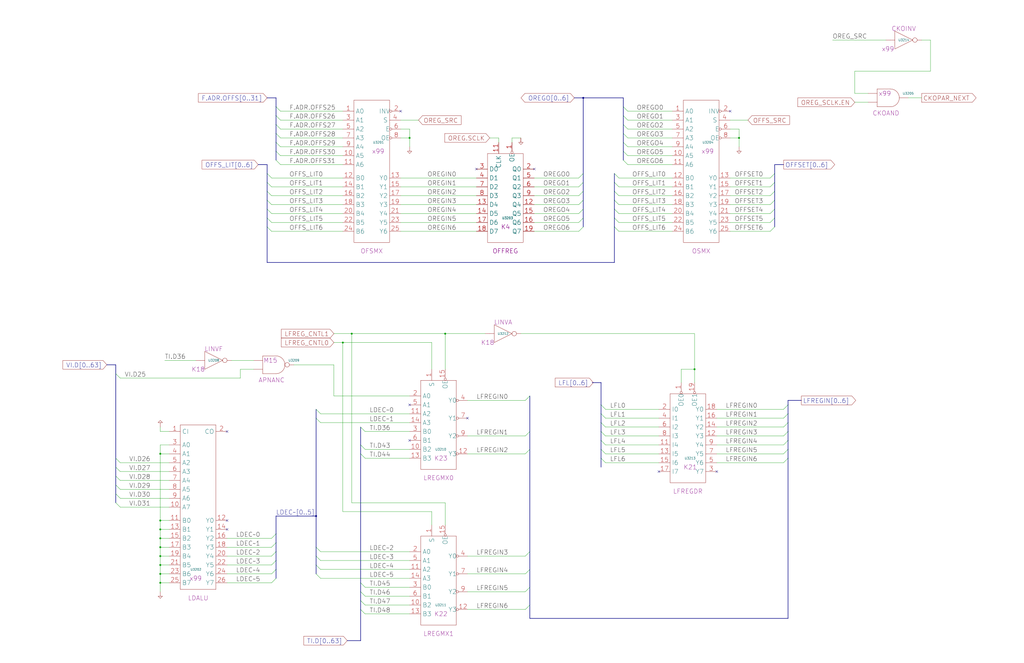
<source format=kicad_sch>
(kicad_sch (version 20211123) (generator eeschema)
  (paper "User" 584.2 378.46)
  (title_block (title "FIU FIELD PARAMETERS") (date "20-MAR-90") (rev "1.0") (comment 1 "FIU") (comment 2 "232-003065") (comment 3 "S400") (comment 4 "RELEASED"))
  (lib_symbols
    (symbol "r1000:F00" (pin_numbers hide) (pin_names hide)
      (property "Reference" "U" (at 15.24 0 0))
      (property "Value" "F00" (at 1.905 -5.08 0))
      (property "Location" "___" (at 1.905 0 0))
      (property "Name" "______" (at 2.54 -12.7 0))
      (symbol "F00_0_1"
        (polyline (pts (xy -2.54 -7.62) (xy 5.08 -7.62)) (stroke (width 0.1524)))
        (polyline (pts (xy -2.54 2.54) (xy -2.54 -7.62)) (stroke (width 0.1524)))
        (polyline (pts (xy -2.54 2.54) (xy 5.08 2.54)) (stroke (width 0.1524)))
        (arc (start 5.08 -7.62) (mid 10.1282 -2.54) (end 5.08 2.54) (stroke (width 0.1524)))
        (circle (center 11.43 -2.54) (radius 1.27) (stroke (width 0.1524)))
      )
      (symbol "F00_0_2"
        (circle (center -3.81 -5.08) (radius 1.27) (stroke (width 0.1524)))
        (circle (center -3.81 0) (radius 1.27) (stroke (width 0.1524)))
        (arc (start -3.175 -7.62) (mid -2.134 -2.54) (end -3.175 2.54) (stroke (width 0.1524)))
        (polyline (pts (xy -3.175 -7.62) (xy 3.81 -7.62)) (stroke (width 0.1524)))
        (polyline (pts (xy -3.175 2.54) (xy 3.81 2.54)) (stroke (width 0.1524)))
        (arc (start 3.81 -7.62) (mid 7.5855 -5.8306) (end 10.16 -2.54) (stroke (width 0.1524)))
        (arc (start 10.16 -2.54) (mid 7.5827 0.7471) (end 3.81 2.54) (stroke (width 0.1524)))
      )
      (symbol "F00_1_1"
        (pin input line (at -7.62 0 0) (length 5.08) (name "D0") (number "1"))
        (pin input line (at -7.62 -5.08 0) (length 5.08) (name "D1") (number "2"))
        (pin output line (at 15.24 -2.54 180) (length 2.54) (name "Q") (number "3"))
      )
      (symbol "F00_1_2"
        (pin input line (at -7.62 0 0) (length 2.54) (name "D0") (number "1"))
        (pin input line (at -7.62 -5.08 0) (length 2.54) (name "D1") (number "2"))
        (pin output line (at 15.24 -2.54 180) (length 5.08) (name "Q") (number "3"))
      )
    )
    (symbol "r1000:F04" (pin_numbers hide) (pin_names hide)
      (property "Reference" "U" (at 0 0 0))
      (property "Value" "F04" (at 1.27 -5.08 0))
      (property "Location" "___" (at -12.7 -5.08 0))
      (property "Name" "______" (at 0 5.08 0))
      (symbol "F04_0_1"
        (polyline (pts (xy -7.62 0) (xy -5.08 0)) (stroke (width 0.1524)))
        (polyline (pts (xy -5.08 5.08) (xy -5.08 -5.08)) (stroke (width 0.1524)))
        (polyline (pts (xy 5.08 0) (xy -5.08 -5.08)) (stroke (width 0.1524)))
        (polyline (pts (xy 5.08 0) (xy -5.08 5.08)) (stroke (width 0.1524)))
        (circle (center 6.35 0) (radius 1.27) (stroke (width 0.1524)))
      )
      (symbol "F04_1_1"
        (pin input line (at -10.16 0 0) (length 2.54) (name "D0") (number "1"))
        (pin output line (at 10.16 0 180) (length 2.54) (name "Q") (number "2"))
      )
    )
    (symbol "r1000:F08" (pin_numbers hide) (pin_names hide)
      (property "Reference" "U" (at 15.24 0 0))
      (property "Value" "F08" (at 1.905 -5.08 0))
      (property "Location" "___" (at 1.905 0 0))
      (property "Name" "______" (at 2.54 -12.7 0))
      (symbol "F08_0_1"
        (polyline (pts (xy -2.54 -7.62) (xy 5.08 -7.62)) (stroke (width 0.1524)))
        (polyline (pts (xy -2.54 2.54) (xy -2.54 -7.62)) (stroke (width 0.1524)))
        (polyline (pts (xy -2.54 2.54) (xy 5.08 2.54)) (stroke (width 0.1524)))
        (arc (start 5.08 -7.62) (mid 10.1282 -2.54) (end 5.08 2.54) (stroke (width 0.1524)))
      )
      (symbol "F08_0_2"
        (circle (center -3.81 -5.08) (radius 1.27) (stroke (width 0.1524)))
        (circle (center -3.81 0) (radius 1.27) (stroke (width 0.1524)))
        (arc (start -3.175 -7.62) (mid -2.134 -2.54) (end -3.175 2.54) (stroke (width 0.1524)))
        (polyline (pts (xy -3.175 -7.62) (xy 3.81 -7.62)) (stroke (width 0.1524)))
        (polyline (pts (xy -3.175 2.54) (xy 3.81 2.54)) (stroke (width 0.1524)))
        (arc (start 3.81 -7.62) (mid 7.5855 -5.8306) (end 10.16 -2.54) (stroke (width 0.1524)))
        (arc (start 10.16 -2.54) (mid 7.5827 0.7471) (end 3.81 2.54) (stroke (width 0.1524)))
        (circle (center 11.43 -2.54) (radius 1.27) (stroke (width 0.1524)))
      )
      (symbol "F08_1_1"
        (pin input line (at -7.62 0 0) (length 5.08) (name "D0") (number "1"))
        (pin input line (at -7.62 -5.08 0) (length 5.08) (name "D1") (number "2"))
        (pin output line (at 15.24 -2.54 180) (length 5.08) (name "Q") (number "3"))
      )
      (symbol "F08_1_2"
        (pin input line (at -7.62 0 0) (length 2.54) (name "D0") (number "1"))
        (pin input line (at -7.62 -5.08 0) (length 2.54) (name "D1") (number "2"))
        (pin output line (at 15.24 -2.54 180) (length 2.54) (name "Q") (number "3"))
      )
    )
    (symbol "r1000:F244" (pin_names (offset 1.016))
      (property "Reference" "U" (at 2.54 5.08 0))
      (property "Value" "F244" (at -3.81 -7.62 0))
      (property "Location" "___" (at -1.27 0 0))
      (property "Name" "______" (at 1.27 -15.24 0))
      (symbol "F244_1_1"
        (rectangle (start -8.89 41.91) (end 11.43 -8.89))
        (circle (center -2.54 42.545) (radius 0.635))
        (circle (center 5.08 42.545) (radius 0.635))
        (pin input line (at -2.54 48.26 270) (length 5.08) (name "OE0") (number "1"))
        (pin input line (at -15.24 12.7 0) (length 6.35) (name "I4") (number "11"))
        (pin tri_state line (at 17.78 17.78 180) (length 6.35) (name "Y3") (number "12"))
        (pin input line (at -15.24 7.62 0) (length 6.35) (name "I5") (number "13"))
        (pin tri_state line (at 17.78 22.86 180) (length 6.35) (name "Y2") (number "14"))
        (pin input line (at -15.24 2.54 0) (length 6.35) (name "I6") (number "15"))
        (pin tri_state line (at 17.78 27.94 180) (length 6.35) (name "Y1") (number "16"))
        (pin input line (at -15.24 -2.54 0) (length 6.35) (name "I7") (number "17"))
        (pin tri_state line (at 17.78 33.02 180) (length 6.35) (name "Y0") (number "18"))
        (pin input line (at 5.08 48.26 270) (length 5.08) (name "OE1") (number "19"))
        (pin input line (at -15.24 33.02 0) (length 6.35) (name "I0") (number "2"))
        (pin tri_state line (at 17.78 -2.54 180) (length 6.35) (name "Y7") (number "3"))
        (pin input line (at -15.24 27.94 0) (length 6.35) (name "I1") (number "4"))
        (pin tri_state line (at 17.78 2.54 180) (length 6.35) (name "Y6") (number "5"))
        (pin input line (at -15.24 22.86 0) (length 6.35) (name "I2") (number "6"))
        (pin tri_state line (at 17.78 7.62 180) (length 6.35) (name "Y5") (number "7"))
        (pin input line (at -15.24 17.78 0) (length 6.35) (name "I3") (number "8"))
        (pin tri_state line (at 17.78 12.7 180) (length 6.35) (name "Y4") (number "9"))
      )
    )
    (symbol "r1000:F258" (pin_names (offset 1.016))
      (property "Reference" "U" (at 2.54 5.08 0))
      (property "Value" "F258" (at -3.81 -5.08 0))
      (property "Location" "___" (at -1.27 0 0))
      (property "Name" "______" (at 1.27 -12.7 0))
      (symbol "F258_1_1"
        (rectangle (start -8.89 44.45) (end 11.43 -6.35))
        (circle (center 5.08 45.085) (radius 0.635))
        (circle (center 12.065 2.54) (radius 0.635))
        (circle (center 12.065 12.7) (radius 0.635))
        (circle (center 12.065 22.86) (radius 0.635))
        (circle (center 12.065 33.02) (radius 0.635))
        (pin input line (at -2.54 50.8 270) (length 6.35) (name "S") (number "1"))
        (pin input line (at -15.24 5.08 0) (length 6.35) (name "B2") (number "10"))
        (pin input line (at -15.24 25.4 0) (length 6.35) (name "A2") (number "11"))
        (pin tri_state line (at 17.78 2.54 180) (length 5.08) (name "Y3") (number "12"))
        (pin input line (at -15.24 0 0) (length 6.35) (name "B3") (number "13"))
        (pin input line (at -15.24 20.32 0) (length 6.35) (name "A3") (number "14"))
        (pin input line (at 5.08 50.8 270) (length 5.08) (name "OE") (number "15"))
        (pin input line (at -15.24 35.56 0) (length 6.35) (name "A0") (number "2"))
        (pin input line (at -15.24 15.24 0) (length 6.35) (name "B0") (number "3"))
        (pin tri_state line (at 17.78 33.02 180) (length 5.08) (name "Y0") (number "4"))
        (pin input line (at -15.24 30.48 0) (length 6.35) (name "A1") (number "5"))
        (pin input line (at -15.24 10.16 0) (length 6.35) (name "B1") (number "6"))
        (pin tri_state line (at 17.78 22.86 180) (length 5.08) (name "Y1") (number "7"))
        (pin tri_state line (at 17.78 12.7 180) (length 5.08) (name "Y2") (number "9"))
      )
    )
    (symbol "r1000:F374" (pin_names (offset 1.016))
      (property "Reference" "U" (at 2.54 5.08 0))
      (property "Value" "F374" (at -3.81 -7.62 0))
      (property "Location" "___" (at -1.27 0 0))
      (property "Name" "______" (at 1.27 -15.24 0))
      (symbol "F374_1_1"
        (rectangle (start -8.89 41.91) (end 11.43 -8.89))
        (circle (center 5.08 42.545) (radius 0.635))
        (pin input line (at 5.08 48.26 270) (length 5.08) (name "OE") (number "1"))
        (pin input line (at -2.54 48.26 270) (length 6.35) (name "CLK") (number "11"))
        (pin tri_state line (at 17.78 12.7 180) (length 6.35) (name "Q4") (number "12"))
        (pin input line (at -15.24 12.7 0) (length 6.35) (name "D4") (number "13"))
        (pin input line (at -15.24 7.62 0) (length 6.35) (name "D5") (number "14"))
        (pin tri_state line (at 17.78 7.62 180) (length 6.35) (name "Q5") (number "15"))
        (pin tri_state line (at 17.78 2.54 180) (length 6.35) (name "Q6") (number "16"))
        (pin input line (at -15.24 2.54 0) (length 6.35) (name "D6") (number "17"))
        (pin input line (at -15.24 -2.54 0) (length 6.35) (name "D7") (number "18"))
        (pin tri_state line (at 17.78 -2.54 180) (length 6.35) (name "Q7") (number "19"))
        (pin tri_state line (at 17.78 33.02 180) (length 6.35) (name "Q0") (number "2"))
        (pin input line (at -15.24 33.02 0) (length 6.35) (name "D0") (number "3"))
        (pin input line (at -15.24 27.94 0) (length 6.35) (name "D1") (number "4"))
        (pin tri_state line (at 17.78 27.94 180) (length 6.35) (name "Q1") (number "5"))
        (pin tri_state line (at 17.78 22.86 180) (length 6.35) (name "Q2") (number "6"))
        (pin input line (at -15.24 22.86 0) (length 6.35) (name "D2") (number "7"))
        (pin input line (at -15.24 17.78 0) (length 6.35) (name "D3") (number "8"))
        (pin tri_state line (at 17.78 17.78 180) (length 6.35) (name "Q3") (number "9"))
      )
    )
    (symbol "r1000:PD" (power) (pin_numbers hide) (pin_names hide) (in_bom no)
      (symbol "PD_0_1"
        (polyline (pts (xy 0 -2.54) (xy 1.27 -2.54) (xy 0 -3.81) (xy -1.27 -2.54) (xy 0 -2.54)) (stroke (width 0.1524)))
      )
      (symbol "PD_1_1"
        (pin power_in line (at 0 0 270) (length 2.54) (name "PD") (number "1"))
      )
    )
    (symbol "r1000:PU" (power) (pin_numbers hide) (pin_names hide)
      (symbol "PU_0_1"
        (polyline (pts (xy 0 2.54) (xy -1.27 2.54) (xy 0 3.81) (xy 1.27 2.54) (xy 0 2.54)) (stroke (width 0.1524)))
      )
      (symbol "PU_1_1"
        (pin power_in line (at 0 0 90) (length 2.54) (name "PU") (number "1"))
      )
    )
    (symbol "r1000:XADD8" (pin_names (offset 1.016))
      (property "Reference" "U" (at 2.54 5.08 0))
      (property "Value" "XADD8" (at -1.27 -5.08 0))
      (property "Location" "___" (at -1.27 0 0))
      (property "Name" "______" (at 3.81 -12.7 0))
      (symbol "XADD8_1_1"
        (rectangle (start -6.35 87.63) (end 13.97 -6.35))
        (pin input line (at -12.7 83.82 0) (length 6.35) (name "CI") (number "1"))
        (pin input line (at -12.7 40.64 0) (length 6.35) (name "A7") (number "10"))
        (pin input line (at -12.7 33.02 0) (length 6.35) (name "B0") (number "11"))
        (pin output line (at 20.32 33.02 180) (length 6.35) (name "Y0") (number "12"))
        (pin input line (at -12.7 27.94 0) (length 6.35) (name "B1") (number "13"))
        (pin output line (at 20.32 27.94 180) (length 6.35) (name "Y1") (number "14"))
        (pin input line (at -12.7 22.86 0) (length 6.35) (name "B2") (number "15"))
        (pin output line (at 20.32 22.86 180) (length 6.35) (name "Y2") (number "16"))
        (pin input line (at -12.7 17.78 0) (length 6.35) (name "B3") (number "17"))
        (pin output line (at 20.32 17.78 180) (length 6.35) (name "Y3") (number "18"))
        (pin input line (at -12.7 12.7 0) (length 6.35) (name "B4") (number "19"))
        (pin output line (at 20.32 83.82 180) (length 6.35) (name "CO") (number "2"))
        (pin output line (at 20.32 12.7 180) (length 6.35) (name "Y4") (number "20"))
        (pin input line (at -12.7 7.62 0) (length 6.35) (name "B5") (number "21"))
        (pin output line (at 20.32 7.62 180) (length 6.35) (name "Y5") (number "22"))
        (pin input line (at -12.7 2.54 0) (length 6.35) (name "B6") (number "23"))
        (pin output line (at 20.32 2.54 180) (length 6.35) (name "Y6") (number "24"))
        (pin input line (at -12.7 -2.54 0) (length 6.35) (name "B7") (number "25"))
        (pin output line (at 20.32 -2.54 180) (length 6.35) (name "Y7") (number "26"))
        (pin input line (at -12.7 76.2 0) (length 6.35) (name "A0") (number "3"))
        (pin input line (at -12.7 71.12 0) (length 6.35) (name "A1") (number "4"))
        (pin input line (at -12.7 66.04 0) (length 6.35) (name "A2") (number "5"))
        (pin input line (at -12.7 60.96 0) (length 6.35) (name "A3") (number "6"))
        (pin input line (at -12.7 55.88 0) (length 6.35) (name "A4") (number "7"))
        (pin input line (at -12.7 50.8 0) (length 6.35) (name "A5") (number "8"))
        (pin input line (at -12.7 45.72 0) (length 6.35) (name "A6") (number "9"))
      )
    )
    (symbol "r1000:XMUX7" (pin_names (offset 1.016))
      (property "Reference" "U" (at 2.54 5.08 0))
      (property "Value" "XMUX7" (at -6.35 -50.8 0))
      (property "Location" "___" (at -1.27 0 0))
      (property "Name" "______" (at -1.27 -58.42 0))
      (symbol "XMUX7_1_1"
        (rectangle (start -11.43 29.21) (end 8.89 -52.07))
        (circle (center 9.525 7.62) (radius 0.635))
        (circle (center 9.525 12.7) (radius 0.635))
        (circle (center 9.525 22.86) (radius 0.635))
        (pin input line (at -17.78 22.86 0) (length 6.35) (name "A0") (number "1"))
        (pin input line (at -17.78 -2.54 0) (length 6.35) (name "A5") (number "10"))
        (pin input line (at -17.78 -7.62 0) (length 6.35) (name "A6") (number "11"))
        (pin input line (at -17.78 -15.24 0) (length 6.35) (name "B0") (number "12"))
        (pin tri_state line (at 15.24 -15.24 180) (length 6.35) (name "Y0") (number "13"))
        (pin input line (at -17.78 -20.32 0) (length 6.35) (name "B1") (number "14"))
        (pin tri_state line (at 15.24 -20.32 180) (length 6.35) (name "Y1") (number "15"))
        (pin input line (at -17.78 -25.4 0) (length 6.35) (name "B2") (number "16"))
        (pin tri_state line (at 15.24 -25.4 180) (length 6.35) (name "Y2") (number "17"))
        (pin input line (at -17.78 -30.48 0) (length 6.35) (name "B3") (number "18"))
        (pin tri_state line (at 15.24 -30.48 180) (length 6.35) (name "Y3") (number "19"))
        (pin input line (at 15.24 22.86 180) (length 5.08) (name "INV") (number "2"))
        (pin input line (at -17.78 -35.56 0) (length 6.35) (name "B4") (number "20"))
        (pin tri_state line (at 15.24 -35.56 180) (length 6.35) (name "Y4") (number "21"))
        (pin input line (at -17.78 -40.64 0) (length 6.35) (name "B5") (number "22"))
        (pin tri_state line (at 15.24 -40.64 180) (length 6.35) (name "Y5") (number "23"))
        (pin input line (at -17.78 -45.72 0) (length 6.35) (name "B6") (number "24"))
        (pin tri_state line (at 15.24 -45.72 180) (length 6.35) (name "Y6") (number "25"))
        (pin input line (at -17.78 17.78 0) (length 6.35) (name "A1") (number "3"))
        (pin input line (at 15.24 17.78 180) (length 6.35) (name "S") (number "4"))
        (pin input line (at -17.78 12.7 0) (length 6.35) (name "A2") (number "5"))
        (pin input line (at 15.24 12.7 180) (length 5.08) (name "E") (number "6"))
        (pin input line (at -17.78 7.62 0) (length 6.35) (name "A3") (number "7"))
        (pin input line (at 15.24 7.62 180) (length 5.08) (name "OE") (number "8"))
        (pin input line (at -17.78 2.54 0) (length 6.35) (name "A4") (number "9"))
      )
    )
  )
  (bus (pts (xy 147.32 93.98) (xy 152.4 93.98)))
  (bus (pts (xy 152.4 104.14) (xy 152.4 109.22)))
  (bus (pts (xy 152.4 109.22) (xy 152.4 114.3)))
  (bus (pts (xy 152.4 114.3) (xy 152.4 119.38)))
  (bus (pts (xy 152.4 119.38) (xy 152.4 124.46)))
  (bus (pts (xy 152.4 124.46) (xy 152.4 129.54)))
  (bus (pts (xy 152.4 129.54) (xy 152.4 149.86)))
  (bus (pts (xy 152.4 149.86) (xy 350.52 149.86)))
  (bus (pts (xy 152.4 55.88) (xy 157.48 55.88)))
  (bus (pts (xy 152.4 93.98) (xy 152.4 99.06)))
  (bus (pts (xy 152.4 99.06) (xy 152.4 104.14)))
  (bus (pts (xy 157.48 294.64) (xy 157.48 304.8)))
  (bus (pts (xy 157.48 294.64) (xy 180.34 294.64)))
  (bus (pts (xy 157.48 304.8) (xy 157.48 309.88)))
  (bus (pts (xy 157.48 309.88) (xy 157.48 314.96)))
  (bus (pts (xy 157.48 314.96) (xy 157.48 320.04)))
  (bus (pts (xy 157.48 320.04) (xy 157.48 325.12)))
  (bus (pts (xy 157.48 325.12) (xy 157.48 330.2)))
  (bus (pts (xy 157.48 55.88) (xy 157.48 60.96)))
  (bus (pts (xy 157.48 60.96) (xy 157.48 66.04)))
  (bus (pts (xy 157.48 66.04) (xy 157.48 71.12)))
  (bus (pts (xy 157.48 71.12) (xy 157.48 76.2)))
  (bus (pts (xy 157.48 76.2) (xy 157.48 81.28)))
  (bus (pts (xy 157.48 81.28) (xy 157.48 86.36)))
  (bus (pts (xy 157.48 86.36) (xy 157.48 91.44)))
  (bus (pts (xy 180.34 233.68) (xy 180.34 238.76)))
  (bus (pts (xy 180.34 238.76) (xy 180.34 294.64)))
  (bus (pts (xy 180.34 294.64) (xy 180.34 312.42)))
  (bus (pts (xy 180.34 312.42) (xy 180.34 317.5)))
  (bus (pts (xy 180.34 317.5) (xy 180.34 322.58)))
  (bus (pts (xy 180.34 322.58) (xy 180.34 327.66)))
  (bus (pts (xy 198.12 365.76) (xy 205.74 365.76)))
  (bus (pts (xy 205.74 243.84) (xy 205.74 254)))
  (bus (pts (xy 205.74 254) (xy 205.74 259.08)))
  (bus (pts (xy 205.74 259.08) (xy 205.74 332.74)))
  (bus (pts (xy 205.74 332.74) (xy 205.74 337.82)))
  (bus (pts (xy 205.74 337.82) (xy 205.74 342.9)))
  (bus (pts (xy 205.74 342.9) (xy 205.74 347.98)))
  (bus (pts (xy 205.74 347.98) (xy 205.74 365.76)))
  (bus (pts (xy 302.26 226.06) (xy 302.26 246.38)))
  (bus (pts (xy 302.26 246.38) (xy 302.26 256.54)))
  (bus (pts (xy 302.26 256.54) (xy 302.26 314.96)))
  (bus (pts (xy 302.26 314.96) (xy 302.26 325.12)))
  (bus (pts (xy 302.26 325.12) (xy 302.26 335.28)))
  (bus (pts (xy 302.26 335.28) (xy 302.26 345.44)))
  (bus (pts (xy 302.26 345.44) (xy 302.26 353.06)))
  (bus (pts (xy 302.26 353.06) (xy 449.58 353.06)))
  (bus (pts (xy 327.66 55.88) (xy 332.74 55.88)))
  (bus (pts (xy 332.74 104.14) (xy 332.74 109.22)))
  (bus (pts (xy 332.74 109.22) (xy 332.74 114.3)))
  (bus (pts (xy 332.74 114.3) (xy 332.74 119.38)))
  (bus (pts (xy 332.74 119.38) (xy 332.74 124.46)))
  (bus (pts (xy 332.74 124.46) (xy 332.74 129.54)))
  (bus (pts (xy 332.74 55.88) (xy 332.74 99.06)))
  (bus (pts (xy 332.74 99.06) (xy 332.74 104.14)))
  (bus (pts (xy 337.82 218.44) (xy 342.9 218.44)))
  (bus (pts (xy 342.9 218.44) (xy 342.9 231.14)))
  (bus (pts (xy 342.9 231.14) (xy 342.9 236.22)))
  (bus (pts (xy 342.9 236.22) (xy 342.9 241.3)))
  (bus (pts (xy 342.9 241.3) (xy 342.9 246.38)))
  (bus (pts (xy 342.9 246.38) (xy 342.9 251.46)))
  (bus (pts (xy 342.9 251.46) (xy 342.9 256.54)))
  (bus (pts (xy 342.9 256.54) (xy 342.9 261.62)))
  (bus (pts (xy 342.9 261.62) (xy 342.9 266.7)))
  (bus (pts (xy 350.52 104.14) (xy 350.52 109.22)))
  (bus (pts (xy 350.52 109.22) (xy 350.52 114.3)))
  (bus (pts (xy 350.52 114.3) (xy 350.52 119.38)))
  (bus (pts (xy 350.52 119.38) (xy 350.52 124.46)))
  (bus (pts (xy 350.52 124.46) (xy 350.52 129.54)))
  (bus (pts (xy 350.52 149.86) (xy 350.52 129.54)))
  (bus (pts (xy 350.52 99.06) (xy 350.52 104.14)))
  (bus (pts (xy 355.6 55.88) (xy 332.74 55.88)))
  (bus (pts (xy 355.6 60.96) (xy 355.6 55.88)))
  (bus (pts (xy 355.6 60.96) (xy 355.6 66.04)))
  (bus (pts (xy 355.6 66.04) (xy 355.6 71.12)))
  (bus (pts (xy 355.6 71.12) (xy 355.6 76.2)))
  (bus (pts (xy 355.6 76.2) (xy 355.6 81.28)))
  (bus (pts (xy 355.6 81.28) (xy 355.6 86.36)))
  (bus (pts (xy 355.6 86.36) (xy 355.6 91.44)))
  (bus (pts (xy 441.96 104.14) (xy 441.96 99.06)))
  (bus (pts (xy 441.96 109.22) (xy 441.96 104.14)))
  (bus (pts (xy 441.96 114.3) (xy 441.96 109.22)))
  (bus (pts (xy 441.96 119.38) (xy 441.96 114.3)))
  (bus (pts (xy 441.96 124.46) (xy 441.96 119.38)))
  (bus (pts (xy 441.96 129.54) (xy 441.96 124.46)))
  (bus (pts (xy 441.96 93.98) (xy 447.04 93.98)))
  (bus (pts (xy 441.96 99.06) (xy 441.96 93.98)))
  (bus (pts (xy 449.58 228.6) (xy 449.58 231.14)))
  (bus (pts (xy 449.58 228.6) (xy 457.2 228.6)))
  (bus (pts (xy 449.58 231.14) (xy 449.58 236.22)))
  (bus (pts (xy 449.58 236.22) (xy 449.58 241.3)))
  (bus (pts (xy 449.58 241.3) (xy 449.58 246.38)))
  (bus (pts (xy 449.58 246.38) (xy 449.58 251.46)))
  (bus (pts (xy 449.58 251.46) (xy 449.58 256.54)))
  (bus (pts (xy 449.58 256.54) (xy 449.58 261.62)))
  (bus (pts (xy 449.58 261.62) (xy 449.58 353.06)))
  (bus (pts (xy 60.96 208.28) (xy 66.04 208.28)))
  (bus (pts (xy 66.04 208.28) (xy 66.04 213.36)))
  (bus (pts (xy 66.04 213.36) (xy 66.04 261.62)))
  (bus (pts (xy 66.04 261.62) (xy 66.04 266.7)))
  (bus (pts (xy 66.04 266.7) (xy 66.04 271.78)))
  (bus (pts (xy 66.04 271.78) (xy 66.04 276.86)))
  (bus (pts (xy 66.04 276.86) (xy 66.04 281.94)))
  (bus (pts (xy 66.04 281.94) (xy 66.04 287.02)))
  (wire (pts (xy 129.54 307.34) (xy 154.94 307.34)))
  (wire (pts (xy 129.54 312.42) (xy 154.94 312.42)))
  (wire (pts (xy 129.54 317.5) (xy 154.94 317.5)))
  (wire (pts (xy 129.54 322.58) (xy 154.94 322.58)))
  (wire (pts (xy 129.54 327.66) (xy 154.94 327.66)))
  (wire (pts (xy 129.54 332.74) (xy 154.94 332.74)))
  (wire (pts (xy 132.08 205.74) (xy 144.78 205.74)))
  (wire (pts (xy 137.16 210.82) (xy 137.16 215.9)))
  (wire (pts (xy 144.78 210.82) (xy 137.16 210.82)))
  (wire (pts (xy 154.94 101.6) (xy 195.58 101.6)))
  (wire (pts (xy 154.94 106.68) (xy 195.58 106.68)))
  (wire (pts (xy 154.94 111.76) (xy 195.58 111.76)))
  (wire (pts (xy 154.94 116.84) (xy 195.58 116.84)))
  (wire (pts (xy 154.94 121.92) (xy 195.58 121.92)))
  (wire (pts (xy 154.94 127) (xy 195.58 127)))
  (wire (pts (xy 154.94 132.08) (xy 195.58 132.08)))
  (wire (pts (xy 160.02 63.5) (xy 195.58 63.5)))
  (wire (pts (xy 160.02 68.58) (xy 195.58 68.58)))
  (wire (pts (xy 160.02 73.66) (xy 195.58 73.66)))
  (wire (pts (xy 160.02 78.74) (xy 195.58 78.74)))
  (wire (pts (xy 160.02 83.82) (xy 195.58 83.82)))
  (wire (pts (xy 160.02 88.9) (xy 195.58 88.9)))
  (wire (pts (xy 160.02 93.98) (xy 195.58 93.98)))
  (wire (pts (xy 182.88 236.22) (xy 233.68 236.22)))
  (wire (pts (xy 182.88 241.3) (xy 233.68 241.3)))
  (wire (pts (xy 182.88 314.96) (xy 233.68 314.96)))
  (wire (pts (xy 182.88 320.04) (xy 233.68 320.04)))
  (wire (pts (xy 182.88 325.12) (xy 233.68 325.12)))
  (wire (pts (xy 182.88 330.2) (xy 233.68 330.2)))
  (wire (pts (xy 190.5 208.28) (xy 167.64 208.28)))
  (wire (pts (xy 190.5 226.06) (xy 190.5 208.28)))
  (wire (pts (xy 195.58 195.58) (xy 190.5 195.58)))
  (wire (pts (xy 195.58 292.1) (xy 195.58 195.58)))
  (wire (pts (xy 200.66 190.5) (xy 190.5 190.5)))
  (wire (pts (xy 200.66 190.5) (xy 200.66 287.02)))
  (wire (pts (xy 208.28 246.38) (xy 233.68 246.38)))
  (wire (pts (xy 208.28 256.54) (xy 233.68 256.54)))
  (wire (pts (xy 208.28 261.62) (xy 233.68 261.62)))
  (wire (pts (xy 208.28 335.28) (xy 233.68 335.28)))
  (wire (pts (xy 208.28 340.36) (xy 233.68 340.36)))
  (wire (pts (xy 208.28 345.44) (xy 233.68 345.44)))
  (wire (pts (xy 208.28 350.52) (xy 233.68 350.52)))
  (wire (pts (xy 228.6 101.6) (xy 271.78 101.6)))
  (wire (pts (xy 228.6 106.68) (xy 271.78 106.68)))
  (wire (pts (xy 228.6 111.76) (xy 271.78 111.76)))
  (wire (pts (xy 228.6 116.84) (xy 271.78 116.84)))
  (wire (pts (xy 228.6 121.92) (xy 271.78 121.92)))
  (wire (pts (xy 228.6 127) (xy 271.78 127)))
  (wire (pts (xy 228.6 132.08) (xy 271.78 132.08)))
  (wire (pts (xy 228.6 68.58) (xy 238.76 68.58)))
  (wire (pts (xy 228.6 73.66) (xy 233.68 73.66)))
  (wire (pts (xy 233.68 226.06) (xy 190.5 226.06)))
  (wire (pts (xy 233.68 73.66) (xy 233.68 78.74)))
  (wire (pts (xy 233.68 78.74) (xy 228.6 78.74)))
  (wire (pts (xy 233.68 83.82) (xy 233.68 78.74)))
  (wire (pts (xy 246.38 195.58) (xy 195.58 195.58)))
  (wire (pts (xy 246.38 210.82) (xy 246.38 195.58)))
  (wire (pts (xy 246.38 292.1) (xy 195.58 292.1)))
  (wire (pts (xy 246.38 299.72) (xy 246.38 292.1)))
  (wire (pts (xy 254 190.5) (xy 200.66 190.5)))
  (wire (pts (xy 254 190.5) (xy 254 210.82)))
  (wire (pts (xy 254 287.02) (xy 200.66 287.02)))
  (wire (pts (xy 254 299.72) (xy 254 287.02)))
  (wire (pts (xy 266.7 228.6) (xy 299.72 228.6)))
  (wire (pts (xy 266.7 248.92) (xy 299.72 248.92)))
  (wire (pts (xy 266.7 259.08) (xy 299.72 259.08)))
  (wire (pts (xy 266.7 317.5) (xy 299.72 317.5)))
  (wire (pts (xy 266.7 327.66) (xy 299.72 327.66)))
  (wire (pts (xy 266.7 337.82) (xy 299.72 337.82)))
  (wire (pts (xy 266.7 347.98) (xy 299.72 347.98)))
  (wire (pts (xy 276.86 190.5) (xy 254 190.5)))
  (wire (pts (xy 284.48 78.74) (xy 279.4 78.74)))
  (wire (pts (xy 284.48 81.28) (xy 284.48 78.74)))
  (wire (pts (xy 292.1 78.74) (xy 292.1 81.28)))
  (wire (pts (xy 297.18 190.5) (xy 396.24 190.5)))
  (wire (pts (xy 297.18 78.74) (xy 292.1 78.74)))
  (wire (pts (xy 304.8 101.6) (xy 330.2 101.6)))
  (wire (pts (xy 304.8 106.68) (xy 330.2 106.68)))
  (wire (pts (xy 304.8 111.76) (xy 330.2 111.76)))
  (wire (pts (xy 304.8 116.84) (xy 330.2 116.84)))
  (wire (pts (xy 304.8 121.92) (xy 330.2 121.92)))
  (wire (pts (xy 304.8 127) (xy 330.2 127)))
  (wire (pts (xy 304.8 132.08) (xy 330.2 132.08)))
  (wire (pts (xy 345.44 233.68) (xy 375.92 233.68)))
  (wire (pts (xy 345.44 238.76) (xy 375.92 238.76)))
  (wire (pts (xy 345.44 243.84) (xy 375.92 243.84)))
  (wire (pts (xy 345.44 248.92) (xy 375.92 248.92)))
  (wire (pts (xy 345.44 254) (xy 375.92 254)))
  (wire (pts (xy 345.44 259.08) (xy 375.92 259.08)))
  (wire (pts (xy 345.44 264.16) (xy 375.92 264.16)))
  (wire (pts (xy 353.06 101.6) (xy 383.54 101.6)))
  (wire (pts (xy 353.06 106.68) (xy 383.54 106.68)))
  (wire (pts (xy 353.06 111.76) (xy 383.54 111.76)))
  (wire (pts (xy 353.06 116.84) (xy 383.54 116.84)))
  (wire (pts (xy 353.06 121.92) (xy 383.54 121.92)))
  (wire (pts (xy 353.06 127) (xy 383.54 127)))
  (wire (pts (xy 353.06 132.08) (xy 383.54 132.08)))
  (wire (pts (xy 358.14 63.5) (xy 383.54 63.5)))
  (wire (pts (xy 358.14 68.58) (xy 383.54 68.58)))
  (wire (pts (xy 358.14 73.66) (xy 383.54 73.66)))
  (wire (pts (xy 358.14 78.74) (xy 383.54 78.74)))
  (wire (pts (xy 358.14 83.82) (xy 383.54 83.82)))
  (wire (pts (xy 358.14 88.9) (xy 383.54 88.9)))
  (wire (pts (xy 358.14 93.98) (xy 383.54 93.98)))
  (wire (pts (xy 388.62 210.82) (xy 396.24 210.82)))
  (wire (pts (xy 388.62 218.44) (xy 388.62 210.82)))
  (wire (pts (xy 396.24 210.82) (xy 396.24 190.5)))
  (wire (pts (xy 396.24 218.44) (xy 396.24 210.82)))
  (wire (pts (xy 408.94 233.68) (xy 447.04 233.68)))
  (wire (pts (xy 408.94 238.76) (xy 447.04 238.76)))
  (wire (pts (xy 408.94 243.84) (xy 447.04 243.84)))
  (wire (pts (xy 408.94 248.92) (xy 447.04 248.92)))
  (wire (pts (xy 408.94 254) (xy 447.04 254)))
  (wire (pts (xy 408.94 259.08) (xy 447.04 259.08)))
  (wire (pts (xy 408.94 264.16) (xy 447.04 264.16)))
  (wire (pts (xy 416.56 101.6) (xy 439.42 101.6)))
  (wire (pts (xy 416.56 106.68) (xy 439.42 106.68)))
  (wire (pts (xy 416.56 111.76) (xy 439.42 111.76)))
  (wire (pts (xy 416.56 116.84) (xy 439.42 116.84)))
  (wire (pts (xy 416.56 121.92) (xy 439.42 121.92)))
  (wire (pts (xy 416.56 127) (xy 439.42 127)))
  (wire (pts (xy 416.56 132.08) (xy 439.42 132.08)))
  (wire (pts (xy 416.56 68.58) (xy 426.72 68.58)))
  (wire (pts (xy 416.56 78.74) (xy 421.64 78.74)))
  (wire (pts (xy 421.64 73.66) (xy 416.56 73.66)))
  (wire (pts (xy 421.64 78.74) (xy 421.64 73.66)))
  (wire (pts (xy 421.64 83.82) (xy 421.64 78.74)))
  (wire (pts (xy 474.98 22.86) (xy 505.46 22.86)))
  (wire (pts (xy 487.68 40.64) (xy 487.68 53.34)))
  (wire (pts (xy 487.68 53.34) (xy 495.3 53.34)))
  (wire (pts (xy 487.68 58.42) (xy 495.3 58.42)))
  (wire (pts (xy 518.16 55.88) (xy 525.78 55.88)))
  (wire (pts (xy 525.78 22.86) (xy 530.86 22.86)))
  (wire (pts (xy 530.86 22.86) (xy 530.86 40.64)))
  (wire (pts (xy 530.86 40.64) (xy 487.68 40.64)))
  (wire (pts (xy 68.58 215.9) (xy 137.16 215.9)))
  (wire (pts (xy 68.58 264.16) (xy 96.52 264.16)))
  (wire (pts (xy 68.58 269.24) (xy 96.52 269.24)))
  (wire (pts (xy 68.58 274.32) (xy 96.52 274.32)))
  (wire (pts (xy 68.58 279.4) (xy 96.52 279.4)))
  (wire (pts (xy 68.58 284.48) (xy 96.52 284.48)))
  (wire (pts (xy 68.58 289.56) (xy 96.52 289.56)))
  (wire (pts (xy 91.44 246.38) (xy 91.44 243.84)))
  (wire (pts (xy 91.44 254) (xy 91.44 259.08)))
  (wire (pts (xy 91.44 259.08) (xy 91.44 297.18)))
  (wire (pts (xy 91.44 259.08) (xy 96.52 259.08)))
  (wire (pts (xy 91.44 297.18) (xy 91.44 302.26)))
  (wire (pts (xy 91.44 297.18) (xy 96.52 297.18)))
  (wire (pts (xy 91.44 302.26) (xy 91.44 307.34)))
  (wire (pts (xy 91.44 302.26) (xy 96.52 302.26)))
  (wire (pts (xy 91.44 307.34) (xy 91.44 312.42)))
  (wire (pts (xy 91.44 307.34) (xy 96.52 307.34)))
  (wire (pts (xy 91.44 312.42) (xy 96.52 312.42)))
  (wire (pts (xy 91.44 317.5) (xy 91.44 312.42)))
  (wire (pts (xy 91.44 317.5) (xy 91.44 322.58)))
  (wire (pts (xy 91.44 317.5) (xy 96.52 317.5)))
  (wire (pts (xy 91.44 322.58) (xy 91.44 327.66)))
  (wire (pts (xy 91.44 322.58) (xy 96.52 322.58)))
  (wire (pts (xy 91.44 327.66) (xy 91.44 332.74)))
  (wire (pts (xy 91.44 327.66) (xy 96.52 327.66)))
  (wire (pts (xy 91.44 332.74) (xy 96.52 332.74)))
  (wire (pts (xy 91.44 337.82) (xy 91.44 332.74)))
  (wire (pts (xy 93.98 205.74) (xy 111.76 205.74)))
  (wire (pts (xy 96.52 246.38) (xy 91.44 246.38)))
  (wire (pts (xy 96.52 254) (xy 91.44 254)))
  (global_label "VI.D[0..63]" (shape input) (at 60.96 208.28 180) (effects (font (size 2.54 2.54))) (property "Intersheet References" "${INTERSHEET_REFS}" (at 35.935 208.1213 0) (effects (font (size 2.54 2.54)) (justify right))))
  (bus_entry (at 66.04 213.36) (size 2.54 2.54))
  (bus_entry (at 66.04 261.62) (size 2.54 2.54))
  (bus_entry (at 66.04 266.7) (size 2.54 2.54))
  (bus_entry (at 66.04 271.78) (size 2.54 2.54))
  (bus_entry (at 66.04 276.86) (size 2.54 2.54))
  (bus_entry (at 66.04 281.94) (size 2.54 2.54))
  (bus_entry (at 66.04 287.02) (size 2.54 2.54))
  (label "VI.D25" (at 71.12 215.9 0) (effects (font (size 2.54 2.54))))
  (label "VI.D26" (at 73.66 264.16 0) (effects (font (size 2.54 2.54))))
  (label "VI.D27" (at 73.66 269.24 0) (effects (font (size 2.54 2.54))))
  (label "VI.D28" (at 73.66 274.32 0) (effects (font (size 2.54 2.54))))
  (label "VI.D29" (at 73.66 279.4 0) (effects (font (size 2.54 2.54))))
  (label "VI.D30" (at 73.66 284.48 0) (effects (font (size 2.54 2.54))))
  (label "VI.D31" (at 73.66 289.56 0) (effects (font (size 2.54 2.54))))
  (symbol (lib_id "r1000:PU") (at 91.44 243.84 0) (unit 1)
    (property "Reference" "#PWR03202" (effects hide))
  )
  (junction (at 91.44 259.08))
  (junction (at 91.44 297.18))
  (junction (at 91.44 302.26))
  (junction (at 91.44 307.34))
  (junction (at 91.44 312.42))
  (junction (at 91.44 317.5))
  (junction (at 91.44 322.58))
  (junction (at 91.44 327.66))
  (junction (at 91.44 332.74))
  (symbol (lib_id "r1000:PD") (at 91.44 337.82 0) (unit 1) (in_bom no)
    (property "Reference" "#PWR03201" (effects hide))
  )
  (label "TI.D36" (at 93.98 205.74 0) (effects (font (size 2.54 2.54))))
  (symbol (lib_id "r1000:XADD8") (at 109.22 330.2 0) (unit 1)
    (property "Reference" "U3202" (at 111.76 325.12 0))
    (property "Location" "x99" (at 107.95 330.2 0) (effects (font (size 2.54 2.54)) (justify left)))
    (property "Name" "LDALU" (at 113.03 342.9 0) (effects (font (size 2.54 2.54)) (justify bottom)))
  )
  (symbol (lib_id "r1000:F04") (at 121.92 205.74 0) (unit 1)
    (property "Reference" "U3208" (at 121.92 205.74 0))
    (property "Location" "K18" (at 109.22 210.82 0) (effects (font (size 2.54 2.54)) (justify left)))
    (property "Name" "LINVF" (at 121.92 200.66 0) (effects (font (size 2.54 2.54)) (justify bottom)))
  )
  (no_connect (at 129.54 246.38))
  (no_connect (at 129.54 297.18))
  (no_connect (at 129.54 302.26))
  (label "LDEC~0" (at 134.62 307.34 0) (effects (font (size 2.54 2.54))))
  (label "LDEC~1" (at 134.62 312.42 0) (effects (font (size 2.54 2.54))))
  (label "LDEC~2" (at 134.62 317.5 0) (effects (font (size 2.54 2.54))))
  (label "LDEC~3" (at 134.62 322.58 0) (effects (font (size 2.54 2.54))))
  (label "LDEC~4" (at 134.62 327.66 0) (effects (font (size 2.54 2.54))))
  (label "LDEC~5" (at 134.62 332.74 0) (effects (font (size 2.54 2.54))))
  (global_label "OFFS_LIT[0..6]" (shape input) (at 147.32 93.98 180) (effects (font (size 2.54 2.54))) (property "Intersheet References" "${INTERSHEET_REFS}" (at 115.2797 93.8213 0) (effects (font (size 2.54 2.54)) (justify right))))
  (global_label "F.ADR.OFFS[0..31]" (shape input) (at 152.4 55.88 180) (effects (font (size 2.54 2.54))) (property "Intersheet References" "${INTERSHEET_REFS}" (at 113.2235 55.7213 0) (effects (font (size 2.54 2.54)) (justify right))))
  (bus_entry (at 152.4 99.06) (size 2.54 2.54))
  (bus_entry (at 152.4 104.14) (size 2.54 2.54))
  (bus_entry (at 152.4 109.22) (size 2.54 2.54))
  (bus_entry (at 152.4 114.3) (size 2.54 2.54))
  (bus_entry (at 152.4 119.38) (size 2.54 2.54))
  (bus_entry (at 152.4 124.46) (size 2.54 2.54))
  (bus_entry (at 152.4 129.54) (size 2.54 2.54))
  (symbol (lib_id "r1000:F00") (at 152.4 205.74 0) (unit 1)
    (property "Reference" "U3209" (at 167.64 205.74 0))
    (property "Location" "M15" (at 154.305 205.74 0) (effects (font (size 2.54 2.54))))
    (property "Name" "APNANC" (at 154.94 218.44 0) (effects (font (size 2.54 2.54)) (justify bottom)))
  )
  (bus_entry (at 157.48 60.96) (size 2.54 2.54))
  (bus_entry (at 157.48 66.04) (size 2.54 2.54))
  (bus_entry (at 157.48 71.12) (size 2.54 2.54))
  (bus_entry (at 157.48 76.2) (size 2.54 2.54))
  (bus_entry (at 157.48 81.28) (size 2.54 2.54))
  (bus_entry (at 157.48 86.36) (size 2.54 2.54))
  (bus_entry (at 157.48 91.44) (size 2.54 2.54))
  (label "LDEC~[0..5]" (at 157.48 294.64 0) (effects (font (size 2.54 2.54))))
  (bus_entry (at 157.48 304.8) (size -2.54 2.54))
  (bus_entry (at 157.48 309.88) (size -2.54 2.54))
  (bus_entry (at 157.48 314.96) (size -2.54 2.54))
  (bus_entry (at 157.48 320.04) (size -2.54 2.54))
  (bus_entry (at 157.48 325.12) (size -2.54 2.54))
  (bus_entry (at 157.48 330.2) (size -2.54 2.54))
  (label "F.ADR.OFFS25" (at 165.1 63.5 0) (effects (font (size 2.54 2.54))))
  (label "F.ADR.OFFS26" (at 165.1 68.58 0) (effects (font (size 2.54 2.54))))
  (label "F.ADR.OFFS27" (at 165.1 73.66 0) (effects (font (size 2.54 2.54))))
  (label "F.ADR.OFFS28" (at 165.1 78.74 0) (effects (font (size 2.54 2.54))))
  (label "F.ADR.OFFS29" (at 165.1 83.82 0) (effects (font (size 2.54 2.54))))
  (label "F.ADR.OFFS30" (at 165.1 88.9 0) (effects (font (size 2.54 2.54))))
  (label "F.ADR.OFFS31" (at 165.1 93.98 0) (effects (font (size 2.54 2.54))))
  (label "OFFS_LIT0" (at 165.1 101.6 0) (effects (font (size 2.54 2.54))))
  (label "OFFS_LIT1" (at 165.1 106.68 0) (effects (font (size 2.54 2.54))))
  (label "OFFS_LIT2" (at 165.1 111.76 0) (effects (font (size 2.54 2.54))))
  (label "OFFS_LIT3" (at 165.1 116.84 0) (effects (font (size 2.54 2.54))))
  (label "OFFS_LIT4" (at 165.1 121.92 0) (effects (font (size 2.54 2.54))))
  (label "OFFS_LIT5" (at 165.1 127 0) (effects (font (size 2.54 2.54))))
  (label "OFFS_LIT6" (at 165.1 132.08 0) (effects (font (size 2.54 2.54))))
  (bus_entry (at 180.34 233.68) (size 2.54 2.54))
  (bus_entry (at 180.34 238.76) (size 2.54 2.54))
  (junction (at 180.34 294.64))
  (bus_entry (at 180.34 312.42) (size 2.54 2.54))
  (bus_entry (at 180.34 317.5) (size 2.54 2.54))
  (bus_entry (at 180.34 322.58) (size 2.54 2.54))
  (bus_entry (at 180.34 327.66) (size 2.54 2.54))
  (global_label "LFREG_CNTL1" (shape input) (at 190.5 190.5 180) (effects (font (size 2.54 2.54))) (property "Intersheet References" "${INTERSHEET_REFS}" (at 160.5159 190.3413 0) (effects (font (size 2.54 2.54)) (justify right))))
  (global_label "LFREG_CNTL0" (shape input) (at 190.5 195.58 180) (effects (font (size 2.54 2.54))) (property "Intersheet References" "${INTERSHEET_REFS}" (at 160.5159 195.4213 0) (effects (font (size 2.54 2.54)) (justify right))))
  (junction (at 195.58 195.58))
  (global_label "TI.D[0..63]" (shape input) (at 198.12 365.76 180) (effects (font (size 2.54 2.54))) (property "Intersheet References" "${INTERSHEET_REFS}" (at 173.3369 365.6013 0) (effects (font (size 2.54 2.54)) (justify right))))
  (junction (at 200.66 190.5))
  (bus_entry (at 205.74 243.84) (size 2.54 2.54))
  (bus_entry (at 205.74 254) (size 2.54 2.54))
  (bus_entry (at 205.74 259.08) (size 2.54 2.54))
  (bus_entry (at 205.74 332.74) (size 2.54 2.54))
  (bus_entry (at 205.74 337.82) (size 2.54 2.54))
  (bus_entry (at 205.74 342.9) (size 2.54 2.54))
  (bus_entry (at 205.74 347.98) (size 2.54 2.54))
  (label "LDEC~0" (at 210.82 236.22 0) (effects (font (size 2.54 2.54))))
  (label "LDEC~1" (at 210.82 241.3 0) (effects (font (size 2.54 2.54))))
  (label "TI.D36" (at 210.82 246.38 0) (effects (font (size 2.54 2.54))))
  (label "TI.D43" (at 210.82 256.54 0) (effects (font (size 2.54 2.54))))
  (label "TI.D44" (at 210.82 261.62 0) (effects (font (size 2.54 2.54))))
  (label "LDEC~2" (at 210.82 314.96 0) (effects (font (size 2.54 2.54))))
  (label "LDEC~3" (at 210.82 320.04 0) (effects (font (size 2.54 2.54))))
  (label "LDEC~4" (at 210.82 325.12 0) (effects (font (size 2.54 2.54))))
  (label "LDEC~5" (at 210.82 330.2 0) (effects (font (size 2.54 2.54))))
  (label "TI.D45" (at 210.82 335.28 0) (effects (font (size 2.54 2.54))))
  (label "TI.D46" (at 210.82 340.36 0) (effects (font (size 2.54 2.54))))
  (label "TI.D47" (at 210.82 345.44 0) (effects (font (size 2.54 2.54))))
  (label "TI.D48" (at 210.82 350.52 0) (effects (font (size 2.54 2.54))))
  (symbol (lib_id "r1000:XMUX7") (at 213.36 86.36 0) (unit 1)
    (property "Reference" "U3201" (at 215.9 81.28 0))
    (property "Location" "x99" (at 212.09 86.36 0) (effects (font (size 2.54 2.54)) (justify left)))
    (property "Name" "OFSMX" (at 212.09 144.78 0) (effects (font (size 2.54 2.54)) (justify bottom)))
  )
  (no_connect (at 228.6 63.5))
  (junction (at 233.68 78.74))
  (symbol (lib_id "r1000:PD") (at 233.68 83.82 0) (unit 1) (in_bom no)
    (property "Reference" "#PWR0103" (effects hide))
  )
  (no_connect (at 233.68 231.14))
  (no_connect (at 233.68 251.46))
  (global_label "OREG_SRC" (shape input) (at 238.76 68.58 0) (effects (font (size 2.54 2.54))) (property "Intersheet References" "${INTERSHEET_REFS}" (at 263.0593 68.4213 0) (effects (font (size 2.54 2.54)) (justify left))))
  (label "OREGIN0" (at 243.84 101.6 0) (effects (font (size 2.54 2.54))))
  (label "OREGIN1" (at 243.84 106.68 0) (effects (font (size 2.54 2.54))))
  (label "OREGIN2" (at 243.84 111.76 0) (effects (font (size 2.54 2.54))))
  (label "OREGIN3" (at 243.84 116.84 0) (effects (font (size 2.54 2.54))))
  (label "OREGIN4" (at 243.84 121.92 0) (effects (font (size 2.54 2.54))))
  (label "OREGIN5" (at 243.84 127 0) (effects (font (size 2.54 2.54))))
  (label "OREGIN6" (at 243.84 132.08 0) (effects (font (size 2.54 2.54))))
  (symbol (lib_id "r1000:F258") (at 248.92 261.62 0) (unit 1)
    (property "Reference" "U3210" (at 251.46 256.54 0))
    (property "Location" "K23" (at 247.65 261.62 0) (effects (font (size 2.54 2.54)) (justify left)))
    (property "Name" "LREGMX0" (at 250.19 274.32 0) (effects (font (size 2.54 2.54)) (justify bottom)))
  )
  (symbol (lib_id "r1000:F258") (at 248.92 350.52 0) (unit 1)
    (property "Reference" "U3211" (at 251.46 345.44 0))
    (property "Location" "K22" (at 247.65 350.52 0) (effects (font (size 2.54 2.54)) (justify left)))
    (property "Name" "LREGMX1" (at 250.19 363.22 0) (effects (font (size 2.54 2.54)) (justify bottom)))
  )
  (junction (at 254 190.5))
  (no_connect (at 266.7 238.76))
  (no_connect (at 271.78 96.52))
  (label "LFREGIN0" (at 271.78 228.6 0) (effects (font (size 2.54 2.54))))
  (label "LFREGIN1" (at 271.78 248.92 0) (effects (font (size 2.54 2.54))))
  (label "LFREGIN2" (at 271.78 259.08 0) (effects (font (size 2.54 2.54))))
  (label "LFREGIN3" (at 271.78 317.5 0) (effects (font (size 2.54 2.54))))
  (label "LFREGIN4" (at 271.78 327.66 0) (effects (font (size 2.54 2.54))))
  (label "LFREGIN5" (at 271.78 337.82 0) (effects (font (size 2.54 2.54))))
  (label "LFREGIN6" (at 271.78 347.98 0) (effects (font (size 2.54 2.54))))
  (global_label "OREG.SCLK" (shape input) (at 279.4 78.74 180) (effects (font (size 2.54 2.54))) (property "Intersheet References" "${INTERSHEET_REFS}" (at 253.7702 78.5813 0) (effects (font (size 2.54 2.54)) (justify right))))
  (symbol (lib_id "r1000:F374") (at 287.02 129.54 0) (unit 1)
    (property "Reference" "U3203" (at 289.56 124.46 0))
    (property "Location" "K4" (at 285.75 129.54 0) (effects (font (size 2.54 2.54)) (justify left)))
    (property "Name" "OFFREG" (at 288.29 144.78 0) (effects (font (size 2.54 2.54)) (justify bottom)))
  )
  (symbol (lib_id "r1000:F04") (at 287.02 190.5 0) (unit 1)
    (property "Reference" "U3212" (at 287.02 190.5 0))
    (property "Location" "K18" (at 274.32 195.58 0) (effects (font (size 2.54 2.54)) (justify left)))
    (property "Name" "LINVA" (at 287.02 185.42 0) (effects (font (size 2.54 2.54)) (justify bottom)))
  )
  (symbol (lib_id "r1000:PD") (at 297.18 78.74 0) (unit 1) (in_bom no)
    (property "Reference" "#PWR0202" (effects hide))
  )
  (bus_entry (at 302.26 226.06) (size -2.54 2.54))
  (bus_entry (at 302.26 246.38) (size -2.54 2.54))
  (bus_entry (at 302.26 256.54) (size -2.54 2.54))
  (bus_entry (at 302.26 314.96) (size -2.54 2.54))
  (bus_entry (at 302.26 325.12) (size -2.54 2.54))
  (bus_entry (at 302.26 335.28) (size -2.54 2.54))
  (bus_entry (at 302.26 345.44) (size -2.54 2.54))
  (no_connect (at 304.8 96.52))
  (label "OREGO0" (at 309.88 101.6 0) (effects (font (size 2.54 2.54))))
  (label "OREGO1" (at 309.88 106.68 0) (effects (font (size 2.54 2.54))))
  (label "OREGO2" (at 309.88 111.76 0) (effects (font (size 2.54 2.54))))
  (label "OREGO3" (at 309.88 116.84 0) (effects (font (size 2.54 2.54))))
  (label "OREGO4" (at 309.88 121.92 0) (effects (font (size 2.54 2.54))))
  (label "OREGO5" (at 309.88 127 0) (effects (font (size 2.54 2.54))))
  (label "OREGO6" (at 309.88 132.08 0) (effects (font (size 2.54 2.54))))
  (global_label "OREGO[0..6]" (shape bidirectional) (at 327.66 55.88 180) (effects (font (size 2.54 2.54))) (property "Intersheet References" "${INTERSHEET_REFS}" (at 299.4902 55.7213 0) (effects (font (size 2.54 2.54)) (justify right))))
  (junction (at 332.74 55.88))
  (bus_entry (at 332.74 99.06) (size -2.54 2.54))
  (bus_entry (at 332.74 104.14) (size -2.54 2.54))
  (bus_entry (at 332.74 109.22) (size -2.54 2.54))
  (bus_entry (at 332.74 114.3) (size -2.54 2.54))
  (bus_entry (at 332.74 119.38) (size -2.54 2.54))
  (bus_entry (at 332.74 124.46) (size -2.54 2.54))
  (bus_entry (at 332.74 129.54) (size -2.54 2.54))
  (global_label "LFL[0..6]" (shape input) (at 338.492 218.44 180) (effects (font (size 2.54 2.54))) (property "Intersheet References" "${INTERSHEET_REFS}" (at 316.7327 218.2813 0) (effects (font (size 2.54 2.54)) (justify right))))
  (bus_entry (at 342.9 231.14) (size 2.54 2.54))
  (bus_entry (at 342.9 236.22) (size 2.54 2.54))
  (bus_entry (at 342.9 241.3) (size 2.54 2.54))
  (bus_entry (at 342.9 246.38) (size 2.54 2.54))
  (bus_entry (at 342.9 251.46) (size 2.54 2.54))
  (bus_entry (at 342.9 256.54) (size 2.54 2.54))
  (bus_entry (at 342.9 261.62) (size 2.54 2.54))
  (label "LFL0" (at 347.98 233.68 0) (effects (font (size 2.54 2.54))))
  (label "LFL1" (at 347.98 238.76 0) (effects (font (size 2.54 2.54))))
  (label "LFL2" (at 347.98 243.84 0) (effects (font (size 2.54 2.54))))
  (label "LFL3" (at 347.98 248.92 0) (effects (font (size 2.54 2.54))))
  (label "LFL4" (at 347.98 254 0) (effects (font (size 2.54 2.54))))
  (label "LFL5" (at 347.98 259.08 0) (effects (font (size 2.54 2.54))))
  (label "LFL6" (at 347.98 264.16 0) (effects (font (size 2.54 2.54))))
  (bus_entry (at 350.52 99.06) (size 2.54 2.54))
  (bus_entry (at 350.52 104.14) (size 2.54 2.54))
  (bus_entry (at 350.52 109.22) (size 2.54 2.54))
  (bus_entry (at 350.52 114.3) (size 2.54 2.54))
  (bus_entry (at 350.52 119.38) (size 2.54 2.54))
  (bus_entry (at 350.52 124.46) (size 2.54 2.54))
  (bus_entry (at 350.52 129.54) (size 2.54 2.54))
  (bus_entry (at 355.6 60.96) (size 2.54 2.54))
  (bus_entry (at 355.6 66.04) (size 2.54 2.54))
  (bus_entry (at 355.6 71.12) (size 2.54 2.54))
  (bus_entry (at 355.6 76.2) (size 2.54 2.54))
  (bus_entry (at 355.6 81.28) (size 2.54 2.54))
  (bus_entry (at 355.6 86.36) (size 2.54 2.54))
  (bus_entry (at 355.6 91.44) (size 2.54 2.54))
  (label "OFFS_LIT0" (at 360.68 101.6 0) (effects (font (size 2.54 2.54))))
  (label "OFFS_LIT1" (at 360.68 106.68 0) (effects (font (size 2.54 2.54))))
  (label "OFFS_LIT2" (at 360.68 111.76 0) (effects (font (size 2.54 2.54))))
  (label "OFFS_LIT3" (at 360.68 116.84 0) (effects (font (size 2.54 2.54))))
  (label "OFFS_LIT4" (at 360.68 121.92 0) (effects (font (size 2.54 2.54))))
  (label "OFFS_LIT5" (at 360.68 127 0) (effects (font (size 2.54 2.54))))
  (label "OFFS_LIT6" (at 360.68 132.08 0) (effects (font (size 2.54 2.54))))
  (label "OREGO0" (at 363.22 63.5 0) (effects (font (size 2.54 2.54))))
  (label "OREGO1" (at 363.22 68.58 0) (effects (font (size 2.54 2.54))))
  (label "OREGO2" (at 363.22 73.66 0) (effects (font (size 2.54 2.54))))
  (label "OREGO3" (at 363.22 78.74 0) (effects (font (size 2.54 2.54))))
  (label "OREGO4" (at 363.22 83.82 0) (effects (font (size 2.54 2.54))))
  (label "OREGO5" (at 363.22 88.9 0) (effects (font (size 2.54 2.54))))
  (label "OREGO6" (at 363.22 93.98 0) (effects (font (size 2.54 2.54))))
  (no_connect (at 375.92 269.24))
  (symbol (lib_id "r1000:F244") (at 391.16 266.7 0) (unit 1)
    (property "Reference" "U3213" (at 393.7 261.62 0))
    (property "Location" "K21" (at 389.89 266.7 0) (effects (font (size 2.54 2.54)) (justify left)))
    (property "Name" "LFREGDR" (at 392.43 281.94 0) (effects (font (size 2.54 2.54)) (justify bottom)))
  )
  (junction (at 396.24 210.82))
  (symbol (lib_id "r1000:XMUX7") (at 401.32 86.36 0) (unit 1)
    (property "Reference" "U3204" (at 403.86 81.28 0))
    (property "Location" "x99" (at 400.05 86.36 0) (effects (font (size 2.54 2.54)) (justify left)))
    (property "Name" "OSMX" (at 400.05 144.78 0) (effects (font (size 2.54 2.54)) (justify bottom)))
  )
  (no_connect (at 408.94 269.24))
  (label "LFREGIN0" (at 414.02 233.68 0) (effects (font (size 2.54 2.54))))
  (label "LFREGIN1" (at 414.02 238.76 0) (effects (font (size 2.54 2.54))))
  (label "LFREGIN2" (at 414.02 243.84 0) (effects (font (size 2.54 2.54))))
  (label "LFREGIN3" (at 414.02 248.92 0) (effects (font (size 2.54 2.54))))
  (label "LFREGIN4" (at 414.02 254 0) (effects (font (size 2.54 2.54))))
  (label "LFREGIN5" (at 414.02 259.08 0) (effects (font (size 2.54 2.54))))
  (label "LFREGIN6" (at 414.02 264.16 0) (effects (font (size 2.54 2.54))))
  (no_connect (at 416.56 63.5))
  (label "OFFSET0" (at 419.1 101.6 0) (effects (font (size 2.54 2.54))))
  (label "OFFSET1" (at 419.1 106.68 0) (effects (font (size 2.54 2.54))))
  (label "OFFSET2" (at 419.1 111.76 0) (effects (font (size 2.54 2.54))))
  (label "OFFSET3" (at 419.1 116.84 0) (effects (font (size 2.54 2.54))))
  (label "OFFSET4" (at 419.1 121.92 0) (effects (font (size 2.54 2.54))))
  (label "OFFSET5" (at 419.1 127 0) (effects (font (size 2.54 2.54))))
  (label "OFFSET6" (at 419.1 132.08 0) (effects (font (size 2.54 2.54))))
  (junction (at 421.64 78.74))
  (symbol (lib_id "r1000:PD") (at 421.64 83.82 0) (unit 1) (in_bom no)
    (property "Reference" "#PWR0118" (effects hide))
  )
  (global_label "OFFS_SRC" (shape input) (at 426.72 68.58 0) (effects (font (size 2.54 2.54))) (property "Intersheet References" "${INTERSHEET_REFS}" (at 450.4146 68.4213 0) (effects (font (size 2.54 2.54)) (justify left))))
  (bus_entry (at 441.96 99.06) (size -2.54 2.54))
  (bus_entry (at 441.96 104.14) (size -2.54 2.54))
  (bus_entry (at 441.96 109.22) (size -2.54 2.54))
  (bus_entry (at 441.96 114.3) (size -2.54 2.54))
  (bus_entry (at 441.96 119.38) (size -2.54 2.54))
  (bus_entry (at 441.96 124.46) (size -2.54 2.54))
  (bus_entry (at 441.96 129.54) (size -2.54 2.54))
  (global_label "OFFSET[0..6]" (shape output) (at 447.04 93.98 0) (effects (font (size 2.54 2.54))) (property "Intersheet References" "${INTERSHEET_REFS}" (at 476.1774 93.8213 0) (effects (font (size 2.54 2.54)) (justify left))))
  (bus_entry (at 449.58 231.14) (size -2.54 2.54))
  (bus_entry (at 449.58 236.22) (size -2.54 2.54))
  (bus_entry (at 449.58 241.3) (size -2.54 2.54))
  (bus_entry (at 449.58 246.38) (size -2.54 2.54))
  (bus_entry (at 449.58 251.46) (size -2.54 2.54))
  (bus_entry (at 449.58 256.54) (size -2.54 2.54))
  (bus_entry (at 449.58 261.62) (size -2.54 2.54))
  (global_label "LFREGIN[0..6]" (shape output) (at 457.2 228.6 0) (effects (font (size 2.54 2.54))) (property "Intersheet References" "${INTERSHEET_REFS}" (at 488.1517 228.4413 0) (effects (font (size 2.54 2.54)) (justify left))))
  (label "OREG_SRC" (at 474.98 22.86 0) (effects (font (size 2.54 2.54))))
  (global_label "OREG_SCLK.EN" (shape input) (at 487.68 58.42 180) (effects (font (size 2.54 2.54))) (property "Intersheet References" "${INTERSHEET_REFS}" (at 455.1559 58.2613 0) (effects (font (size 2.54 2.54)) (justify right))))
  (symbol (lib_id "r1000:F08") (at 502.92 53.34 0) (unit 1)
    (property "Reference" "U3205" (at 518.16 53.34 0))
    (property "Location" "x99" (at 504.825 53.34 0) (effects (font (size 2.54 2.54))))
    (property "Name" "CKOAND" (at 505.46 66.04 0) (effects (font (size 2.54 2.54)) (justify bottom)))
  )
  (symbol (lib_id "r1000:F04") (at 515.62 22.86 0) (unit 1)
    (property "Reference" "U3214" (at 515.62 22.86 0))
    (property "Location" "x99" (at 502.92 27.94 0) (effects (font (size 2.54 2.54)) (justify left)))
    (property "Name" "CKOINV" (at 515.62 17.78 0) (effects (font (size 2.54 2.54)) (justify bottom)))
  )
  (global_label "CKOPAR_NEXT" (shape output) (at 525.78 55.88 0) (effects (font (size 2.54 2.54))) (property "Intersheet References" "${INTERSHEET_REFS}" (at 556.8527 55.7213 0) (effects (font (size 2.54 2.54)) (justify left))))
)
</source>
